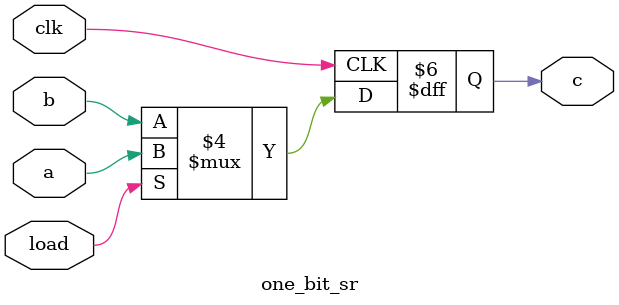
<source format=sv>
`timescale 1ns / 1ps


module one_bit_sr(
        input logic a,
        input logic b,
        input logic load,
        input logic clk,
        output logic c
    );
    
    always @(posedge clk) begin
        if (load == 1'b1)
            c <= a;
        else
            c <= b;
    end
endmodule

</source>
